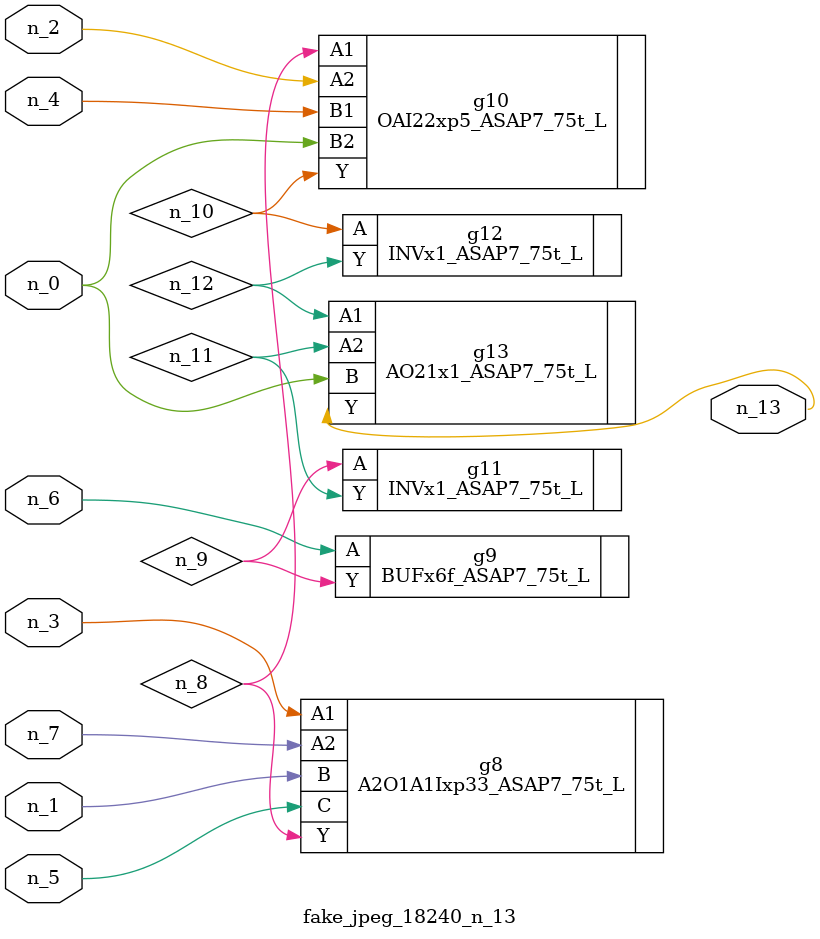
<source format=v>
module fake_jpeg_18240_n_13 (n_3, n_2, n_1, n_0, n_4, n_6, n_5, n_7, n_13);

input n_3;
input n_2;
input n_1;
input n_0;
input n_4;
input n_6;
input n_5;
input n_7;

output n_13;

wire n_11;
wire n_10;
wire n_12;
wire n_8;
wire n_9;

A2O1A1Ixp33_ASAP7_75t_L g8 ( 
.A1(n_3),
.A2(n_7),
.B(n_1),
.C(n_5),
.Y(n_8)
);

BUFx6f_ASAP7_75t_L g9 ( 
.A(n_6),
.Y(n_9)
);

OAI22xp5_ASAP7_75t_L g10 ( 
.A1(n_8),
.A2(n_2),
.B1(n_4),
.B2(n_0),
.Y(n_10)
);

INVx1_ASAP7_75t_L g12 ( 
.A(n_10),
.Y(n_12)
);

INVx1_ASAP7_75t_L g11 ( 
.A(n_9),
.Y(n_11)
);

AO21x1_ASAP7_75t_L g13 ( 
.A1(n_12),
.A2(n_11),
.B(n_0),
.Y(n_13)
);


endmodule
</source>
